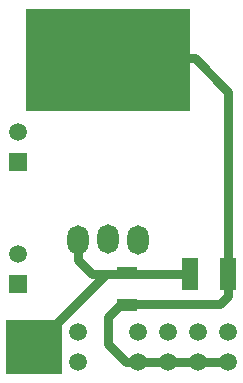
<source format=gtl>
G04 Layer_Physical_Order=1*
G04 Layer_Color=255*
%FSLAX23Y23*%
%MOIN*%
G70*
G01*
G75*
%ADD10R,0.394X0.236*%
%ADD11R,0.057X0.106*%
%ADD12R,0.067X0.043*%
%ADD13C,0.031*%
%ADD14C,0.010*%
%ADD15R,0.551X0.339*%
%ADD16R,0.187X0.182*%
%ADD17O,0.071X0.098*%
%ADD18R,0.059X0.059*%
%ADD19C,0.059*%
%ADD20R,0.059X0.059*%
%ADD21C,0.050*%
D10*
X365Y1107D02*
D03*
D11*
X636Y358D02*
D03*
X762D02*
D03*
D12*
X428Y255D02*
D03*
Y361D02*
D03*
D13*
X311Y358D02*
X629D01*
X264Y405D02*
X311Y358D01*
X264Y405D02*
Y470D01*
X164Y165D02*
X357Y358D01*
X464Y65D02*
X564D01*
X664D01*
X764D01*
X424D02*
X464D01*
X364Y125D02*
X424Y65D01*
X365Y1077D02*
X652D01*
X764Y965D01*
Y285D02*
Y965D01*
X737Y258D02*
X764Y285D01*
X364Y125D02*
Y214D01*
X408Y258D01*
X737D01*
X629Y358D02*
X636Y365D01*
D14*
X64Y420D02*
Y425D01*
X636Y365D02*
X648Y377D01*
D15*
X364Y1070D02*
D03*
D16*
X116Y115D02*
D03*
D17*
X264Y470D02*
D03*
X364Y472D02*
D03*
X464Y470D02*
D03*
D18*
X64Y731D02*
D03*
Y325D02*
D03*
D19*
Y831D02*
D03*
Y425D02*
D03*
Y165D02*
D03*
X164Y65D02*
D03*
Y165D02*
D03*
X264Y65D02*
D03*
Y165D02*
D03*
X464Y65D02*
D03*
Y165D02*
D03*
X564Y65D02*
D03*
Y165D02*
D03*
X664Y65D02*
D03*
Y165D02*
D03*
X764Y65D02*
D03*
Y165D02*
D03*
D20*
X64Y65D02*
D03*
D21*
X264Y1061D02*
D03*
X362D02*
D03*
X461D02*
D03*
Y1159D02*
D03*
X362D02*
D03*
X264D02*
D03*
M02*

</source>
